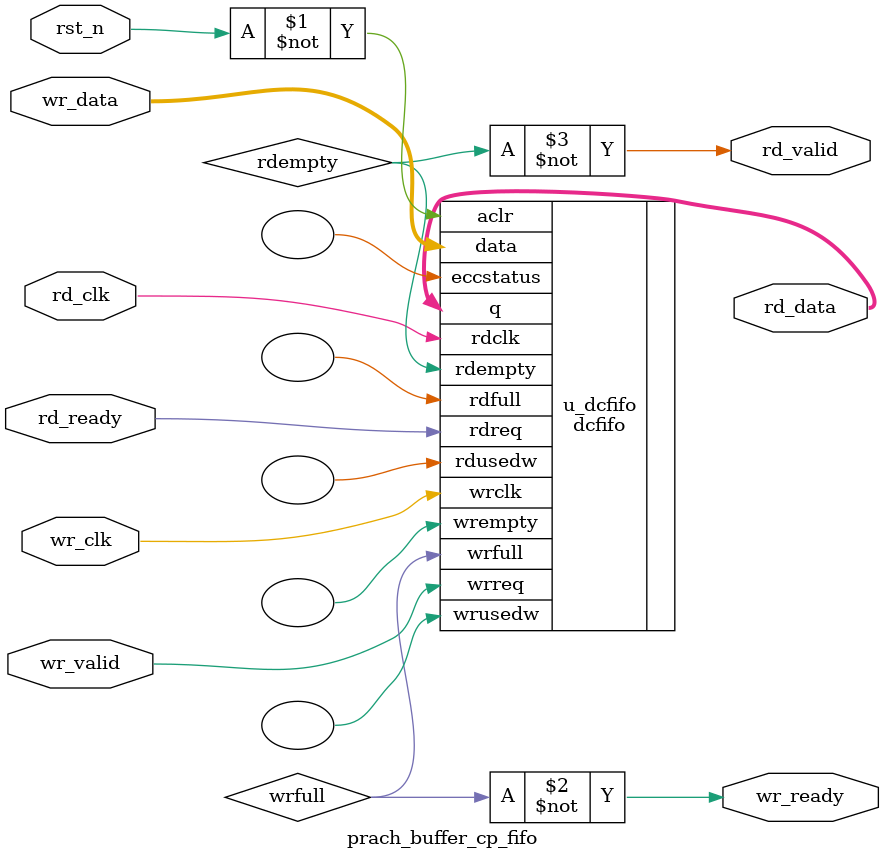
<source format=sv>
`timescale 1 ns / 1 ps
`default_nettype none

module prach_buffer_cp_fifo #(
    parameter int WIDTH = 144,
    parameter int DEPTH = 16
) (
    input var              rst_n,
    //
    input var              wr_clk,
    //
    input var              wr_valid,
    input var  [WIDTH-1:0] wr_data,
    output var             wr_ready,
    //
    input var              rd_clk,
    //
    output var [WIDTH-1:0] rd_data,
    output var             rd_valid,
    input var              rd_ready
);

  logic wrfull;
  logic rdempty;

  dcfifo #(
      .lpm_width    (WIDTH),
      .lpm_numwords (DEPTH),
      .lpm_showahead("ON")
  ) u_dcfifo (
      .aclr     (~rst_n),
      .eccstatus(  /* not used */),
      // Write
      .wrclk    (wr_clk),
      .wrreq    (wr_valid),
      .data     (wr_data),
      .wrempty  (  /* not used */),
      .wrfull   (wrfull),
      .wrusedw  (  /* not used */),
      // Read
      .rdclk    (rd_clk),
      .rdreq    (rd_ready),
      .q        (rd_data),
      .rdempty  (rdempty),
      .rdfull   (  /* not used */),
      .rdusedw  (  /* not used */)
  );

  assign wr_ready = ~wrfull;
  assign rd_valid = ~rdempty;

endmodule

`default_nettype wire

</source>
